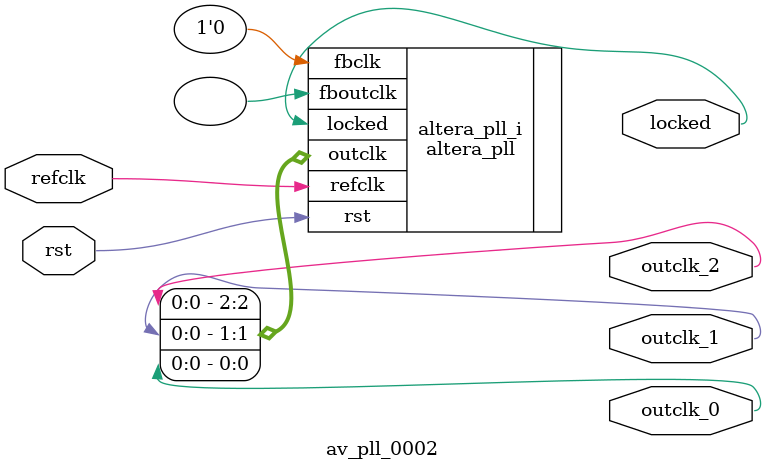
<source format=v>
`timescale 1ns/10ps
module  av_pll_0002(

	// interface 'refclk'
	input wire refclk,

	// interface 'reset'
	input wire rst,

	// interface 'outclk0'
	output wire outclk_0,

	// interface 'outclk1'
	output wire outclk_1,

	// interface 'outclk2'
	output wire outclk_2,

	// interface 'locked'
	output wire locked
);

	altera_pll #(
		.fractional_vco_multiplier("false"),
		.reference_clock_frequency("24.0 MHz"),
		.operation_mode("direct"),
		.number_of_clocks(3),
		.output_clock_frequency0("25.200000 MHz"),
		.phase_shift0("0 ps"),
		.duty_cycle0(50),
		.output_clock_frequency1("18.000000 MHz"),
		.phase_shift1("0 ps"),
		.duty_cycle1(50),
		.output_clock_frequency2("50.400000 MHz"),
		.phase_shift2("0 ps"),
		.duty_cycle2(50),
		.output_clock_frequency3("0 MHz"),
		.phase_shift3("0 ps"),
		.duty_cycle3(50),
		.output_clock_frequency4("0 MHz"),
		.phase_shift4("0 ps"),
		.duty_cycle4(50),
		.output_clock_frequency5("0 MHz"),
		.phase_shift5("0 ps"),
		.duty_cycle5(50),
		.output_clock_frequency6("0 MHz"),
		.phase_shift6("0 ps"),
		.duty_cycle6(50),
		.output_clock_frequency7("0 MHz"),
		.phase_shift7("0 ps"),
		.duty_cycle7(50),
		.output_clock_frequency8("0 MHz"),
		.phase_shift8("0 ps"),
		.duty_cycle8(50),
		.output_clock_frequency9("0 MHz"),
		.phase_shift9("0 ps"),
		.duty_cycle9(50),
		.output_clock_frequency10("0 MHz"),
		.phase_shift10("0 ps"),
		.duty_cycle10(50),
		.output_clock_frequency11("0 MHz"),
		.phase_shift11("0 ps"),
		.duty_cycle11(50),
		.output_clock_frequency12("0 MHz"),
		.phase_shift12("0 ps"),
		.duty_cycle12(50),
		.output_clock_frequency13("0 MHz"),
		.phase_shift13("0 ps"),
		.duty_cycle13(50),
		.output_clock_frequency14("0 MHz"),
		.phase_shift14("0 ps"),
		.duty_cycle14(50),
		.output_clock_frequency15("0 MHz"),
		.phase_shift15("0 ps"),
		.duty_cycle15(50),
		.output_clock_frequency16("0 MHz"),
		.phase_shift16("0 ps"),
		.duty_cycle16(50),
		.output_clock_frequency17("0 MHz"),
		.phase_shift17("0 ps"),
		.duty_cycle17(50),
		.pll_type("General"),
		.pll_subtype("General")
	) altera_pll_i (
		.rst	(rst),
		.outclk	({outclk_2, outclk_1, outclk_0}),
		.locked	(locked),
		.fboutclk	( ),
		.fbclk	(1'b0),
		.refclk	(refclk)
	);
endmodule


</source>
